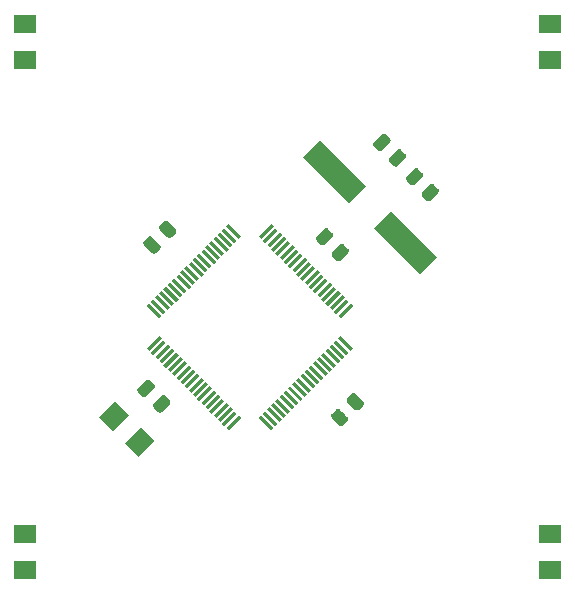
<source format=gbr>
G04 #@! TF.GenerationSoftware,KiCad,Pcbnew,(5.1.2)-2*
G04 #@! TF.CreationDate,2019-10-10T12:38:20+02:00*
G04 #@! TF.ProjectId,PIC18F87K22 MCU Card,50494331-3846-4383-974b-3232204d4355,rev?*
G04 #@! TF.SameCoordinates,Original*
G04 #@! TF.FileFunction,Paste,Top*
G04 #@! TF.FilePolarity,Positive*
%FSLAX46Y46*%
G04 Gerber Fmt 4.6, Leading zero omitted, Abs format (unit mm)*
G04 Created by KiCad (PCBNEW (5.1.2)-2) date 2019-10-10 12:38:20*
%MOMM*%
%LPD*%
G04 APERTURE LIST*
%ADD10C,0.300000*%
%ADD11C,0.100000*%
%ADD12C,0.975000*%
%ADD13R,1.900000X1.600000*%
%ADD14C,1.600000*%
%ADD15C,2.000000*%
G04 APERTURE END LIST*
D10*
X196871394Y-73053375D03*
D11*
G36*
X197507790Y-73477639D02*
G01*
X197295658Y-73689771D01*
X196234998Y-72629111D01*
X196447130Y-72416979D01*
X197507790Y-73477639D01*
X197507790Y-73477639D01*
G37*
D10*
X197224948Y-72699821D03*
D11*
G36*
X197861344Y-73124085D02*
G01*
X197649212Y-73336217D01*
X196588552Y-72275557D01*
X196800684Y-72063425D01*
X197861344Y-73124085D01*
X197861344Y-73124085D01*
G37*
D10*
X197578501Y-72346268D03*
D11*
G36*
X198214897Y-72770532D02*
G01*
X198002765Y-72982664D01*
X196942105Y-71922004D01*
X197154237Y-71709872D01*
X198214897Y-72770532D01*
X198214897Y-72770532D01*
G37*
D10*
X197932054Y-71992715D03*
D11*
G36*
X198568450Y-72416979D02*
G01*
X198356318Y-72629111D01*
X197295658Y-71568451D01*
X197507790Y-71356319D01*
X198568450Y-72416979D01*
X198568450Y-72416979D01*
G37*
D10*
X199346268Y-70578501D03*
D11*
G36*
X199982664Y-71002765D02*
G01*
X199770532Y-71214897D01*
X198709872Y-70154237D01*
X198922004Y-69942105D01*
X199982664Y-71002765D01*
X199982664Y-71002765D01*
G37*
D10*
X200053375Y-69871394D03*
D11*
G36*
X200689771Y-70295658D02*
G01*
X200477639Y-70507790D01*
X199416979Y-69447130D01*
X199629111Y-69234998D01*
X200689771Y-70295658D01*
X200689771Y-70295658D01*
G37*
D10*
X199699821Y-70224948D03*
D11*
G36*
X200336217Y-70649212D02*
G01*
X200124085Y-70861344D01*
X199063425Y-69800684D01*
X199275557Y-69588552D01*
X200336217Y-70649212D01*
X200336217Y-70649212D01*
G37*
D10*
X198285608Y-71639161D03*
D11*
G36*
X198922004Y-72063425D02*
G01*
X198709872Y-72275557D01*
X197649212Y-71214897D01*
X197861344Y-71002765D01*
X198922004Y-72063425D01*
X198922004Y-72063425D01*
G37*
D10*
X195457181Y-74467588D03*
D11*
G36*
X196093577Y-74891852D02*
G01*
X195881445Y-75103984D01*
X194820785Y-74043324D01*
X195032917Y-73831192D01*
X196093577Y-74891852D01*
X196093577Y-74891852D01*
G37*
D10*
X195103627Y-74821142D03*
D11*
G36*
X195740023Y-75245406D02*
G01*
X195527891Y-75457538D01*
X194467231Y-74396878D01*
X194679363Y-74184746D01*
X195740023Y-75245406D01*
X195740023Y-75245406D01*
G37*
D10*
X200406928Y-69517841D03*
D11*
G36*
X201043324Y-69942105D02*
G01*
X200831192Y-70154237D01*
X199770532Y-69093577D01*
X199982664Y-68881445D01*
X201043324Y-69942105D01*
X201043324Y-69942105D01*
G37*
D10*
X195810734Y-74114035D03*
D11*
G36*
X196447130Y-74538299D02*
G01*
X196234998Y-74750431D01*
X195174338Y-73689771D01*
X195386470Y-73477639D01*
X196447130Y-74538299D01*
X196447130Y-74538299D01*
G37*
D10*
X196164288Y-73760482D03*
D11*
G36*
X196800684Y-74184746D02*
G01*
X196588552Y-74396878D01*
X195527892Y-73336218D01*
X195740024Y-73124086D01*
X196800684Y-74184746D01*
X196800684Y-74184746D01*
G37*
D10*
X196517841Y-73406928D03*
D11*
G36*
X197154237Y-73831192D02*
G01*
X196942105Y-74043324D01*
X195881445Y-72982664D01*
X196093577Y-72770532D01*
X197154237Y-73831192D01*
X197154237Y-73831192D01*
G37*
D10*
X198639161Y-71285608D03*
D11*
G36*
X199275557Y-71709872D02*
G01*
X199063425Y-71922004D01*
X198002765Y-70861344D01*
X198214897Y-70649212D01*
X199275557Y-71709872D01*
X199275557Y-71709872D01*
G37*
D10*
X198992715Y-70932054D03*
D11*
G36*
X199629111Y-71356318D02*
G01*
X199416979Y-71568450D01*
X198356319Y-70507790D01*
X198568451Y-70295658D01*
X199629111Y-71356318D01*
X199629111Y-71356318D01*
G37*
D10*
X207760839Y-71285608D03*
D11*
G36*
X207336575Y-71922004D02*
G01*
X207124443Y-71709872D01*
X208185103Y-70649212D01*
X208397235Y-70861344D01*
X207336575Y-71922004D01*
X207336575Y-71922004D01*
G37*
D10*
X205285965Y-68810734D03*
D11*
G36*
X204861701Y-69447130D02*
G01*
X204649569Y-69234998D01*
X205710229Y-68174338D01*
X205922361Y-68386470D01*
X204861701Y-69447130D01*
X204861701Y-69447130D01*
G37*
D10*
X208821499Y-80053732D03*
D11*
G36*
X209457895Y-80477996D02*
G01*
X209245763Y-80690128D01*
X208185103Y-79629468D01*
X208397235Y-79417336D01*
X209457895Y-80477996D01*
X209457895Y-80477996D01*
G37*
D10*
X206700179Y-70224948D03*
D11*
G36*
X206275915Y-70861344D02*
G01*
X206063783Y-70649212D01*
X207124443Y-69588552D01*
X207336575Y-69800684D01*
X206275915Y-70861344D01*
X206275915Y-70861344D01*
G37*
D10*
X205639518Y-69164288D03*
D11*
G36*
X205215254Y-69800684D02*
G01*
X205003122Y-69588552D01*
X206063782Y-68527892D01*
X206275914Y-68740024D01*
X205215254Y-69800684D01*
X205215254Y-69800684D01*
G37*
D10*
X205993072Y-69517841D03*
D11*
G36*
X205568808Y-70154237D02*
G01*
X205356676Y-69942105D01*
X206417336Y-68881445D01*
X206629468Y-69093577D01*
X205568808Y-70154237D01*
X205568808Y-70154237D01*
G37*
D10*
X206346625Y-69871394D03*
D11*
G36*
X205922361Y-70507790D02*
G01*
X205710229Y-70295658D01*
X206770889Y-69234998D01*
X206983021Y-69447130D01*
X205922361Y-70507790D01*
X205922361Y-70507790D01*
G37*
D10*
X207053732Y-70578501D03*
D11*
G36*
X206629468Y-71214897D02*
G01*
X206417336Y-71002765D01*
X207477996Y-69942105D01*
X207690128Y-70154237D01*
X206629468Y-71214897D01*
X206629468Y-71214897D01*
G37*
D10*
X208467946Y-71992715D03*
D11*
G36*
X208043682Y-72629111D02*
G01*
X207831550Y-72416979D01*
X208892210Y-71356319D01*
X209104342Y-71568451D01*
X208043682Y-72629111D01*
X208043682Y-72629111D01*
G37*
D10*
X210942819Y-77932412D03*
D11*
G36*
X211579215Y-78356676D02*
G01*
X211367083Y-78568808D01*
X210306423Y-77508148D01*
X210518555Y-77296016D01*
X211579215Y-78356676D01*
X211579215Y-78356676D01*
G37*
D10*
X208821499Y-72346268D03*
D11*
G36*
X208397235Y-72982664D02*
G01*
X208185103Y-72770532D01*
X209245763Y-71709872D01*
X209457895Y-71922004D01*
X208397235Y-72982664D01*
X208397235Y-72982664D01*
G37*
D10*
X209528606Y-73053375D03*
D11*
G36*
X209104342Y-73689771D02*
G01*
X208892210Y-73477639D01*
X209952870Y-72416979D01*
X210165002Y-72629111D01*
X209104342Y-73689771D01*
X209104342Y-73689771D01*
G37*
D10*
X209882159Y-73406928D03*
D11*
G36*
X209457895Y-74043324D02*
G01*
X209245763Y-73831192D01*
X210306423Y-72770532D01*
X210518555Y-72982664D01*
X209457895Y-74043324D01*
X209457895Y-74043324D01*
G37*
D10*
X195457181Y-77932412D03*
D11*
G36*
X195032917Y-78568808D02*
G01*
X194820785Y-78356676D01*
X195881445Y-77296016D01*
X196093577Y-77508148D01*
X195032917Y-78568808D01*
X195032917Y-78568808D01*
G37*
D10*
X209528606Y-79346625D03*
D11*
G36*
X210165002Y-79770889D02*
G01*
X209952870Y-79983021D01*
X208892210Y-78922361D01*
X209104342Y-78710229D01*
X210165002Y-79770889D01*
X210165002Y-79770889D01*
G37*
D10*
X208467946Y-80407285D03*
D11*
G36*
X209104342Y-80831549D02*
G01*
X208892210Y-81043681D01*
X207831550Y-79983021D01*
X208043682Y-79770889D01*
X209104342Y-80831549D01*
X209104342Y-80831549D01*
G37*
D10*
X196517841Y-78993072D03*
D11*
G36*
X196093577Y-79629468D02*
G01*
X195881445Y-79417336D01*
X196942105Y-78356676D01*
X197154237Y-78568808D01*
X196093577Y-79629468D01*
X196093577Y-79629468D01*
G37*
D10*
X207053732Y-81821499D03*
D11*
G36*
X207690128Y-82245763D02*
G01*
X207477996Y-82457895D01*
X206417336Y-81397235D01*
X206629468Y-81185103D01*
X207690128Y-82245763D01*
X207690128Y-82245763D01*
G37*
D10*
X206700179Y-82175052D03*
D11*
G36*
X207336575Y-82599316D02*
G01*
X207124443Y-82811448D01*
X206063783Y-81750788D01*
X206275915Y-81538656D01*
X207336575Y-82599316D01*
X207336575Y-82599316D01*
G37*
D10*
X201467588Y-83942819D03*
D11*
G36*
X201043324Y-84579215D02*
G01*
X200831192Y-84367083D01*
X201891852Y-83306423D01*
X202103984Y-83518555D01*
X201043324Y-84579215D01*
X201043324Y-84579215D01*
G37*
D10*
X200053375Y-82528606D03*
D11*
G36*
X199629111Y-83165002D02*
G01*
X199416979Y-82952870D01*
X200477639Y-81892210D01*
X200689771Y-82104342D01*
X199629111Y-83165002D01*
X199629111Y-83165002D01*
G37*
D10*
X206346625Y-82528606D03*
D11*
G36*
X206983021Y-82952870D02*
G01*
X206770889Y-83165002D01*
X205710229Y-82104342D01*
X205922361Y-81892210D01*
X206983021Y-82952870D01*
X206983021Y-82952870D01*
G37*
D10*
X210235712Y-73760482D03*
D11*
G36*
X209811448Y-74396878D02*
G01*
X209599316Y-74184746D01*
X210659976Y-73124086D01*
X210872108Y-73336218D01*
X209811448Y-74396878D01*
X209811448Y-74396878D01*
G37*
D10*
X210942819Y-74467588D03*
D11*
G36*
X210518555Y-75103984D02*
G01*
X210306423Y-74891852D01*
X211367083Y-73831192D01*
X211579215Y-74043324D01*
X210518555Y-75103984D01*
X210518555Y-75103984D01*
G37*
D10*
X210589266Y-78285965D03*
D11*
G36*
X211225662Y-78710229D02*
G01*
X211013530Y-78922361D01*
X209952870Y-77861701D01*
X210165002Y-77649569D01*
X211225662Y-78710229D01*
X211225662Y-78710229D01*
G37*
D10*
X207407285Y-81467946D03*
D11*
G36*
X208043681Y-81892210D02*
G01*
X207831549Y-82104342D01*
X206770889Y-81043682D01*
X206983021Y-80831550D01*
X208043681Y-81892210D01*
X208043681Y-81892210D01*
G37*
D10*
X204932412Y-83942819D03*
D11*
G36*
X205568808Y-84367083D02*
G01*
X205356676Y-84579215D01*
X204296016Y-83518555D01*
X204508148Y-83306423D01*
X205568808Y-84367083D01*
X205568808Y-84367083D01*
G37*
D10*
X208114392Y-80760839D03*
D11*
G36*
X208750788Y-81185103D02*
G01*
X208538656Y-81397235D01*
X207477996Y-80336575D01*
X207690128Y-80124443D01*
X208750788Y-81185103D01*
X208750788Y-81185103D01*
G37*
D10*
X201114035Y-83589266D03*
D11*
G36*
X200689771Y-84225662D02*
G01*
X200477639Y-84013530D01*
X201538299Y-82952870D01*
X201750431Y-83165002D01*
X200689771Y-84225662D01*
X200689771Y-84225662D01*
G37*
D10*
X200406928Y-82882159D03*
D11*
G36*
X199982664Y-83518555D02*
G01*
X199770532Y-83306423D01*
X200831192Y-82245763D01*
X201043324Y-82457895D01*
X199982664Y-83518555D01*
X199982664Y-83518555D01*
G37*
D10*
X196871394Y-79346625D03*
D11*
G36*
X196447130Y-79983021D02*
G01*
X196234998Y-79770889D01*
X197295658Y-78710229D01*
X197507790Y-78922361D01*
X196447130Y-79983021D01*
X196447130Y-79983021D01*
G37*
D10*
X199346268Y-81821499D03*
D11*
G36*
X198922004Y-82457895D02*
G01*
X198709872Y-82245763D01*
X199770532Y-81185103D01*
X199982664Y-81397235D01*
X198922004Y-82457895D01*
X198922004Y-82457895D01*
G37*
D10*
X207760839Y-81114392D03*
D11*
G36*
X208397235Y-81538656D02*
G01*
X208185103Y-81750788D01*
X207124443Y-80690128D01*
X207336575Y-80477996D01*
X208397235Y-81538656D01*
X208397235Y-81538656D01*
G37*
D10*
X195810734Y-78285965D03*
D11*
G36*
X195386470Y-78922361D02*
G01*
X195174338Y-78710229D01*
X196234998Y-77649569D01*
X196447130Y-77861701D01*
X195386470Y-78922361D01*
X195386470Y-78922361D01*
G37*
D10*
X205285965Y-83589266D03*
D11*
G36*
X205922361Y-84013530D02*
G01*
X205710229Y-84225662D01*
X204649569Y-83165002D01*
X204861701Y-82952870D01*
X205922361Y-84013530D01*
X205922361Y-84013530D01*
G37*
D10*
X198285608Y-80760839D03*
D11*
G36*
X197861344Y-81397235D02*
G01*
X197649212Y-81185103D01*
X198709872Y-80124443D01*
X198922004Y-80336575D01*
X197861344Y-81397235D01*
X197861344Y-81397235D01*
G37*
D10*
X198639161Y-81114392D03*
D11*
G36*
X198214897Y-81750788D02*
G01*
X198002765Y-81538656D01*
X199063425Y-80477996D01*
X199275557Y-80690128D01*
X198214897Y-81750788D01*
X198214897Y-81750788D01*
G37*
D10*
X211296373Y-74821142D03*
D11*
G36*
X210872109Y-75457538D02*
G01*
X210659977Y-75245406D01*
X211720637Y-74184746D01*
X211932769Y-74396878D01*
X210872109Y-75457538D01*
X210872109Y-75457538D01*
G37*
D10*
X211296373Y-77578858D03*
D11*
G36*
X211932769Y-78003122D02*
G01*
X211720637Y-78215254D01*
X210659977Y-77154594D01*
X210872109Y-76942462D01*
X211932769Y-78003122D01*
X211932769Y-78003122D01*
G37*
D10*
X205639518Y-83235712D03*
D11*
G36*
X206275914Y-83659976D02*
G01*
X206063782Y-83872108D01*
X205003122Y-82811448D01*
X205215254Y-82599316D01*
X206275914Y-83659976D01*
X206275914Y-83659976D01*
G37*
D10*
X198992715Y-81467946D03*
D11*
G36*
X198568451Y-82104342D02*
G01*
X198356319Y-81892210D01*
X199416979Y-80831550D01*
X199629111Y-81043682D01*
X198568451Y-82104342D01*
X198568451Y-82104342D01*
G37*
D10*
X197578501Y-80053732D03*
D11*
G36*
X197154237Y-80690128D02*
G01*
X196942105Y-80477996D01*
X198002765Y-79417336D01*
X198214897Y-79629468D01*
X197154237Y-80690128D01*
X197154237Y-80690128D01*
G37*
D10*
X199699821Y-82175052D03*
D11*
G36*
X199275557Y-82811448D02*
G01*
X199063425Y-82599316D01*
X200124085Y-81538656D01*
X200336217Y-81750788D01*
X199275557Y-82811448D01*
X199275557Y-82811448D01*
G37*
D10*
X200760482Y-83235712D03*
D11*
G36*
X200336218Y-83872108D02*
G01*
X200124086Y-83659976D01*
X201184746Y-82599316D01*
X201396878Y-82811448D01*
X200336218Y-83872108D01*
X200336218Y-83872108D01*
G37*
D10*
X204578858Y-84296373D03*
D11*
G36*
X205215254Y-84720637D02*
G01*
X205003122Y-84932769D01*
X203942462Y-83872109D01*
X204154594Y-83659977D01*
X205215254Y-84720637D01*
X205215254Y-84720637D01*
G37*
D10*
X209882159Y-78993072D03*
D11*
G36*
X210518555Y-79417336D02*
G01*
X210306423Y-79629468D01*
X209245763Y-78568808D01*
X209457895Y-78356676D01*
X210518555Y-79417336D01*
X210518555Y-79417336D01*
G37*
D10*
X197224948Y-79700179D03*
D11*
G36*
X196800684Y-80336575D02*
G01*
X196588552Y-80124443D01*
X197649212Y-79063783D01*
X197861344Y-79275915D01*
X196800684Y-80336575D01*
X196800684Y-80336575D01*
G37*
D10*
X209175052Y-79700179D03*
D11*
G36*
X209811448Y-80124443D02*
G01*
X209599316Y-80336575D01*
X208538656Y-79275915D01*
X208750788Y-79063783D01*
X209811448Y-80124443D01*
X209811448Y-80124443D01*
G37*
D10*
X210589266Y-74114035D03*
D11*
G36*
X210165002Y-74750431D02*
G01*
X209952870Y-74538299D01*
X211013530Y-73477639D01*
X211225662Y-73689771D01*
X210165002Y-74750431D01*
X210165002Y-74750431D01*
G37*
D10*
X208114392Y-71639161D03*
D11*
G36*
X207690128Y-72275557D02*
G01*
X207477996Y-72063425D01*
X208538656Y-71002765D01*
X208750788Y-71214897D01*
X207690128Y-72275557D01*
X207690128Y-72275557D01*
G37*
D10*
X197932054Y-80407285D03*
D11*
G36*
X197507790Y-81043681D02*
G01*
X197295658Y-80831549D01*
X198356318Y-79770889D01*
X198568450Y-79983021D01*
X197507790Y-81043681D01*
X197507790Y-81043681D01*
G37*
D10*
X196164288Y-78639518D03*
D11*
G36*
X195740024Y-79275914D02*
G01*
X195527892Y-79063782D01*
X196588552Y-78003122D01*
X196800684Y-78215254D01*
X195740024Y-79275914D01*
X195740024Y-79275914D01*
G37*
D10*
X195103627Y-77578858D03*
D11*
G36*
X194679363Y-78215254D02*
G01*
X194467231Y-78003122D01*
X195527891Y-76942462D01*
X195740023Y-77154594D01*
X194679363Y-78215254D01*
X194679363Y-78215254D01*
G37*
D10*
X207407285Y-70932054D03*
D11*
G36*
X206983021Y-71568450D02*
G01*
X206770889Y-71356318D01*
X207831549Y-70295658D01*
X208043681Y-70507790D01*
X206983021Y-71568450D01*
X206983021Y-71568450D01*
G37*
D10*
X200760482Y-69164288D03*
D11*
G36*
X201396878Y-69588552D02*
G01*
X201184746Y-69800684D01*
X200124086Y-68740024D01*
X200336218Y-68527892D01*
X201396878Y-69588552D01*
X201396878Y-69588552D01*
G37*
D10*
X201114035Y-68810734D03*
D11*
G36*
X201750431Y-69234998D02*
G01*
X201538299Y-69447130D01*
X200477639Y-68386470D01*
X200689771Y-68174338D01*
X201750431Y-69234998D01*
X201750431Y-69234998D01*
G37*
D10*
X210235712Y-78639518D03*
D11*
G36*
X210872108Y-79063782D02*
G01*
X210659976Y-79275914D01*
X209599316Y-78215254D01*
X209811448Y-78003122D01*
X210872108Y-79063782D01*
X210872108Y-79063782D01*
G37*
D10*
X201467588Y-68457181D03*
D11*
G36*
X202103984Y-68881445D02*
G01*
X201891852Y-69093577D01*
X200831192Y-68032917D01*
X201043324Y-67820785D01*
X202103984Y-68881445D01*
X202103984Y-68881445D01*
G37*
D10*
X201821142Y-68103627D03*
D11*
G36*
X202457538Y-68527891D02*
G01*
X202245406Y-68740023D01*
X201184746Y-67679363D01*
X201396878Y-67467231D01*
X202457538Y-68527891D01*
X202457538Y-68527891D01*
G37*
D10*
X201821142Y-84296373D03*
D11*
G36*
X201396878Y-84932769D02*
G01*
X201184746Y-84720637D01*
X202245406Y-83659977D01*
X202457538Y-83872109D01*
X201396878Y-84932769D01*
X201396878Y-84932769D01*
G37*
D10*
X209175052Y-72699821D03*
D11*
G36*
X208750788Y-73336217D02*
G01*
X208538656Y-73124085D01*
X209599316Y-72063425D01*
X209811448Y-72275557D01*
X208750788Y-73336217D01*
X208750788Y-73336217D01*
G37*
D10*
X205993072Y-82882159D03*
D11*
G36*
X206629468Y-83306423D02*
G01*
X206417336Y-83518555D01*
X205356676Y-82457895D01*
X205568808Y-82245763D01*
X206629468Y-83306423D01*
X206629468Y-83306423D01*
G37*
D10*
X204578858Y-68103627D03*
D11*
G36*
X204154594Y-68740023D02*
G01*
X203942462Y-68527891D01*
X205003122Y-67467231D01*
X205215254Y-67679363D01*
X204154594Y-68740023D01*
X204154594Y-68740023D01*
G37*
D10*
X204932412Y-68457181D03*
D11*
G36*
X204508148Y-69093577D02*
G01*
X204296016Y-68881445D01*
X205356676Y-67820785D01*
X205568808Y-68032917D01*
X204508148Y-69093577D01*
X204508148Y-69093577D01*
G37*
G36*
X196116545Y-67179536D02*
G01*
X196140206Y-67183046D01*
X196163410Y-67188858D01*
X196185932Y-67196916D01*
X196207556Y-67207144D01*
X196228073Y-67219441D01*
X196247286Y-67233691D01*
X196265010Y-67249755D01*
X196910245Y-67894990D01*
X196926309Y-67912714D01*
X196940559Y-67931927D01*
X196952856Y-67952444D01*
X196963084Y-67974068D01*
X196971142Y-67996590D01*
X196976954Y-68019794D01*
X196980464Y-68043455D01*
X196981638Y-68067347D01*
X196980464Y-68091239D01*
X196976954Y-68114900D01*
X196971142Y-68138104D01*
X196963084Y-68160626D01*
X196952856Y-68182250D01*
X196940559Y-68202767D01*
X196926309Y-68221980D01*
X196910245Y-68239704D01*
X196565530Y-68584419D01*
X196547806Y-68600483D01*
X196528593Y-68614733D01*
X196508076Y-68627030D01*
X196486452Y-68637258D01*
X196463930Y-68645316D01*
X196440726Y-68651128D01*
X196417065Y-68654638D01*
X196393173Y-68655812D01*
X196369281Y-68654638D01*
X196345620Y-68651128D01*
X196322416Y-68645316D01*
X196299894Y-68637258D01*
X196278270Y-68627030D01*
X196257753Y-68614733D01*
X196238540Y-68600483D01*
X196220816Y-68584419D01*
X195575581Y-67939184D01*
X195559517Y-67921460D01*
X195545267Y-67902247D01*
X195532970Y-67881730D01*
X195522742Y-67860106D01*
X195514684Y-67837584D01*
X195508872Y-67814380D01*
X195505362Y-67790719D01*
X195504188Y-67766827D01*
X195505362Y-67742935D01*
X195508872Y-67719274D01*
X195514684Y-67696070D01*
X195522742Y-67673548D01*
X195532970Y-67651924D01*
X195545267Y-67631407D01*
X195559517Y-67612194D01*
X195575581Y-67594470D01*
X195920296Y-67249755D01*
X195938020Y-67233691D01*
X195957233Y-67219441D01*
X195977750Y-67207144D01*
X195999374Y-67196916D01*
X196021896Y-67188858D01*
X196045100Y-67183046D01*
X196068761Y-67179536D01*
X196092653Y-67178362D01*
X196116545Y-67179536D01*
X196116545Y-67179536D01*
G37*
D12*
X196242913Y-67917087D03*
D11*
G36*
X194790719Y-68505362D02*
G01*
X194814380Y-68508872D01*
X194837584Y-68514684D01*
X194860106Y-68522742D01*
X194881730Y-68532970D01*
X194902247Y-68545267D01*
X194921460Y-68559517D01*
X194939184Y-68575581D01*
X195584419Y-69220816D01*
X195600483Y-69238540D01*
X195614733Y-69257753D01*
X195627030Y-69278270D01*
X195637258Y-69299894D01*
X195645316Y-69322416D01*
X195651128Y-69345620D01*
X195654638Y-69369281D01*
X195655812Y-69393173D01*
X195654638Y-69417065D01*
X195651128Y-69440726D01*
X195645316Y-69463930D01*
X195637258Y-69486452D01*
X195627030Y-69508076D01*
X195614733Y-69528593D01*
X195600483Y-69547806D01*
X195584419Y-69565530D01*
X195239704Y-69910245D01*
X195221980Y-69926309D01*
X195202767Y-69940559D01*
X195182250Y-69952856D01*
X195160626Y-69963084D01*
X195138104Y-69971142D01*
X195114900Y-69976954D01*
X195091239Y-69980464D01*
X195067347Y-69981638D01*
X195043455Y-69980464D01*
X195019794Y-69976954D01*
X194996590Y-69971142D01*
X194974068Y-69963084D01*
X194952444Y-69952856D01*
X194931927Y-69940559D01*
X194912714Y-69926309D01*
X194894990Y-69910245D01*
X194249755Y-69265010D01*
X194233691Y-69247286D01*
X194219441Y-69228073D01*
X194207144Y-69207556D01*
X194196916Y-69185932D01*
X194188858Y-69163410D01*
X194183046Y-69140206D01*
X194179536Y-69116545D01*
X194178362Y-69092653D01*
X194179536Y-69068761D01*
X194183046Y-69045100D01*
X194188858Y-69021896D01*
X194196916Y-68999374D01*
X194207144Y-68977750D01*
X194219441Y-68957233D01*
X194233691Y-68938020D01*
X194249755Y-68920296D01*
X194594470Y-68575581D01*
X194612194Y-68559517D01*
X194631407Y-68545267D01*
X194651924Y-68532970D01*
X194673548Y-68522742D01*
X194696070Y-68514684D01*
X194719274Y-68508872D01*
X194742935Y-68505362D01*
X194766827Y-68504188D01*
X194790719Y-68505362D01*
X194790719Y-68505362D01*
G37*
D12*
X194917087Y-69242913D03*
D11*
G36*
X194583239Y-80641536D02*
G01*
X194606900Y-80645046D01*
X194630104Y-80650858D01*
X194652626Y-80658916D01*
X194674250Y-80669144D01*
X194694767Y-80681441D01*
X194713980Y-80695691D01*
X194731704Y-80711755D01*
X195076419Y-81056470D01*
X195092483Y-81074194D01*
X195106733Y-81093407D01*
X195119030Y-81113924D01*
X195129258Y-81135548D01*
X195137316Y-81158070D01*
X195143128Y-81181274D01*
X195146638Y-81204935D01*
X195147812Y-81228827D01*
X195146638Y-81252719D01*
X195143128Y-81276380D01*
X195137316Y-81299584D01*
X195129258Y-81322106D01*
X195119030Y-81343730D01*
X195106733Y-81364247D01*
X195092483Y-81383460D01*
X195076419Y-81401184D01*
X194431184Y-82046419D01*
X194413460Y-82062483D01*
X194394247Y-82076733D01*
X194373730Y-82089030D01*
X194352106Y-82099258D01*
X194329584Y-82107316D01*
X194306380Y-82113128D01*
X194282719Y-82116638D01*
X194258827Y-82117812D01*
X194234935Y-82116638D01*
X194211274Y-82113128D01*
X194188070Y-82107316D01*
X194165548Y-82099258D01*
X194143924Y-82089030D01*
X194123407Y-82076733D01*
X194104194Y-82062483D01*
X194086470Y-82046419D01*
X193741755Y-81701704D01*
X193725691Y-81683980D01*
X193711441Y-81664767D01*
X193699144Y-81644250D01*
X193688916Y-81622626D01*
X193680858Y-81600104D01*
X193675046Y-81576900D01*
X193671536Y-81553239D01*
X193670362Y-81529347D01*
X193671536Y-81505455D01*
X193675046Y-81481794D01*
X193680858Y-81458590D01*
X193688916Y-81436068D01*
X193699144Y-81414444D01*
X193711441Y-81393927D01*
X193725691Y-81374714D01*
X193741755Y-81356990D01*
X194386990Y-80711755D01*
X194404714Y-80695691D01*
X194423927Y-80681441D01*
X194444444Y-80669144D01*
X194466068Y-80658916D01*
X194488590Y-80650858D01*
X194511794Y-80645046D01*
X194535455Y-80641536D01*
X194559347Y-80640362D01*
X194583239Y-80641536D01*
X194583239Y-80641536D01*
G37*
D12*
X194409087Y-81379087D03*
D11*
G36*
X195909065Y-81967362D02*
G01*
X195932726Y-81970872D01*
X195955930Y-81976684D01*
X195978452Y-81984742D01*
X196000076Y-81994970D01*
X196020593Y-82007267D01*
X196039806Y-82021517D01*
X196057530Y-82037581D01*
X196402245Y-82382296D01*
X196418309Y-82400020D01*
X196432559Y-82419233D01*
X196444856Y-82439750D01*
X196455084Y-82461374D01*
X196463142Y-82483896D01*
X196468954Y-82507100D01*
X196472464Y-82530761D01*
X196473638Y-82554653D01*
X196472464Y-82578545D01*
X196468954Y-82602206D01*
X196463142Y-82625410D01*
X196455084Y-82647932D01*
X196444856Y-82669556D01*
X196432559Y-82690073D01*
X196418309Y-82709286D01*
X196402245Y-82727010D01*
X195757010Y-83372245D01*
X195739286Y-83388309D01*
X195720073Y-83402559D01*
X195699556Y-83414856D01*
X195677932Y-83425084D01*
X195655410Y-83433142D01*
X195632206Y-83438954D01*
X195608545Y-83442464D01*
X195584653Y-83443638D01*
X195560761Y-83442464D01*
X195537100Y-83438954D01*
X195513896Y-83433142D01*
X195491374Y-83425084D01*
X195469750Y-83414856D01*
X195449233Y-83402559D01*
X195430020Y-83388309D01*
X195412296Y-83372245D01*
X195067581Y-83027530D01*
X195051517Y-83009806D01*
X195037267Y-82990593D01*
X195024970Y-82970076D01*
X195014742Y-82948452D01*
X195006684Y-82925930D01*
X195000872Y-82902726D01*
X194997362Y-82879065D01*
X194996188Y-82855173D01*
X194997362Y-82831281D01*
X195000872Y-82807620D01*
X195006684Y-82784416D01*
X195014742Y-82761894D01*
X195024970Y-82740270D01*
X195037267Y-82719753D01*
X195051517Y-82700540D01*
X195067581Y-82682816D01*
X195712816Y-82037581D01*
X195730540Y-82021517D01*
X195749753Y-82007267D01*
X195770270Y-81994970D01*
X195791894Y-81984742D01*
X195814416Y-81976684D01*
X195837620Y-81970872D01*
X195861281Y-81967362D01*
X195885173Y-81966188D01*
X195909065Y-81967362D01*
X195909065Y-81967362D01*
G37*
D12*
X195734913Y-82704913D03*
D11*
G36*
X210665719Y-83110362D02*
G01*
X210689380Y-83113872D01*
X210712584Y-83119684D01*
X210735106Y-83127742D01*
X210756730Y-83137970D01*
X210777247Y-83150267D01*
X210796460Y-83164517D01*
X210814184Y-83180581D01*
X211459419Y-83825816D01*
X211475483Y-83843540D01*
X211489733Y-83862753D01*
X211502030Y-83883270D01*
X211512258Y-83904894D01*
X211520316Y-83927416D01*
X211526128Y-83950620D01*
X211529638Y-83974281D01*
X211530812Y-83998173D01*
X211529638Y-84022065D01*
X211526128Y-84045726D01*
X211520316Y-84068930D01*
X211512258Y-84091452D01*
X211502030Y-84113076D01*
X211489733Y-84133593D01*
X211475483Y-84152806D01*
X211459419Y-84170530D01*
X211114704Y-84515245D01*
X211096980Y-84531309D01*
X211077767Y-84545559D01*
X211057250Y-84557856D01*
X211035626Y-84568084D01*
X211013104Y-84576142D01*
X210989900Y-84581954D01*
X210966239Y-84585464D01*
X210942347Y-84586638D01*
X210918455Y-84585464D01*
X210894794Y-84581954D01*
X210871590Y-84576142D01*
X210849068Y-84568084D01*
X210827444Y-84557856D01*
X210806927Y-84545559D01*
X210787714Y-84531309D01*
X210769990Y-84515245D01*
X210124755Y-83870010D01*
X210108691Y-83852286D01*
X210094441Y-83833073D01*
X210082144Y-83812556D01*
X210071916Y-83790932D01*
X210063858Y-83768410D01*
X210058046Y-83745206D01*
X210054536Y-83721545D01*
X210053362Y-83697653D01*
X210054536Y-83673761D01*
X210058046Y-83650100D01*
X210063858Y-83626896D01*
X210071916Y-83604374D01*
X210082144Y-83582750D01*
X210094441Y-83562233D01*
X210108691Y-83543020D01*
X210124755Y-83525296D01*
X210469470Y-83180581D01*
X210487194Y-83164517D01*
X210506407Y-83150267D01*
X210526924Y-83137970D01*
X210548548Y-83127742D01*
X210571070Y-83119684D01*
X210594274Y-83113872D01*
X210617935Y-83110362D01*
X210641827Y-83109188D01*
X210665719Y-83110362D01*
X210665719Y-83110362D01*
G37*
D12*
X210792087Y-83847913D03*
D11*
G36*
X211991545Y-81784536D02*
G01*
X212015206Y-81788046D01*
X212038410Y-81793858D01*
X212060932Y-81801916D01*
X212082556Y-81812144D01*
X212103073Y-81824441D01*
X212122286Y-81838691D01*
X212140010Y-81854755D01*
X212785245Y-82499990D01*
X212801309Y-82517714D01*
X212815559Y-82536927D01*
X212827856Y-82557444D01*
X212838084Y-82579068D01*
X212846142Y-82601590D01*
X212851954Y-82624794D01*
X212855464Y-82648455D01*
X212856638Y-82672347D01*
X212855464Y-82696239D01*
X212851954Y-82719900D01*
X212846142Y-82743104D01*
X212838084Y-82765626D01*
X212827856Y-82787250D01*
X212815559Y-82807767D01*
X212801309Y-82826980D01*
X212785245Y-82844704D01*
X212440530Y-83189419D01*
X212422806Y-83205483D01*
X212403593Y-83219733D01*
X212383076Y-83232030D01*
X212361452Y-83242258D01*
X212338930Y-83250316D01*
X212315726Y-83256128D01*
X212292065Y-83259638D01*
X212268173Y-83260812D01*
X212244281Y-83259638D01*
X212220620Y-83256128D01*
X212197416Y-83250316D01*
X212174894Y-83242258D01*
X212153270Y-83232030D01*
X212132753Y-83219733D01*
X212113540Y-83205483D01*
X212095816Y-83189419D01*
X211450581Y-82544184D01*
X211434517Y-82526460D01*
X211420267Y-82507247D01*
X211407970Y-82486730D01*
X211397742Y-82465106D01*
X211389684Y-82442584D01*
X211383872Y-82419380D01*
X211380362Y-82395719D01*
X211379188Y-82371827D01*
X211380362Y-82347935D01*
X211383872Y-82324274D01*
X211389684Y-82301070D01*
X211397742Y-82278548D01*
X211407970Y-82256924D01*
X211420267Y-82236407D01*
X211434517Y-82217194D01*
X211450581Y-82199470D01*
X211795296Y-81854755D01*
X211813020Y-81838691D01*
X211832233Y-81824441D01*
X211852750Y-81812144D01*
X211874374Y-81801916D01*
X211896896Y-81793858D01*
X211920100Y-81788046D01*
X211943761Y-81784536D01*
X211967653Y-81783362D01*
X211991545Y-81784536D01*
X211991545Y-81784536D01*
G37*
D12*
X212117913Y-82522087D03*
D11*
G36*
X211022065Y-69140362D02*
G01*
X211045726Y-69143872D01*
X211068930Y-69149684D01*
X211091452Y-69157742D01*
X211113076Y-69167970D01*
X211133593Y-69180267D01*
X211152806Y-69194517D01*
X211170530Y-69210581D01*
X211515245Y-69555296D01*
X211531309Y-69573020D01*
X211545559Y-69592233D01*
X211557856Y-69612750D01*
X211568084Y-69634374D01*
X211576142Y-69656896D01*
X211581954Y-69680100D01*
X211585464Y-69703761D01*
X211586638Y-69727653D01*
X211585464Y-69751545D01*
X211581954Y-69775206D01*
X211576142Y-69798410D01*
X211568084Y-69820932D01*
X211557856Y-69842556D01*
X211545559Y-69863073D01*
X211531309Y-69882286D01*
X211515245Y-69900010D01*
X210870010Y-70545245D01*
X210852286Y-70561309D01*
X210833073Y-70575559D01*
X210812556Y-70587856D01*
X210790932Y-70598084D01*
X210768410Y-70606142D01*
X210745206Y-70611954D01*
X210721545Y-70615464D01*
X210697653Y-70616638D01*
X210673761Y-70615464D01*
X210650100Y-70611954D01*
X210626896Y-70606142D01*
X210604374Y-70598084D01*
X210582750Y-70587856D01*
X210562233Y-70575559D01*
X210543020Y-70561309D01*
X210525296Y-70545245D01*
X210180581Y-70200530D01*
X210164517Y-70182806D01*
X210150267Y-70163593D01*
X210137970Y-70143076D01*
X210127742Y-70121452D01*
X210119684Y-70098930D01*
X210113872Y-70075726D01*
X210110362Y-70052065D01*
X210109188Y-70028173D01*
X210110362Y-70004281D01*
X210113872Y-69980620D01*
X210119684Y-69957416D01*
X210127742Y-69934894D01*
X210137970Y-69913270D01*
X210150267Y-69892753D01*
X210164517Y-69873540D01*
X210180581Y-69855816D01*
X210825816Y-69210581D01*
X210843540Y-69194517D01*
X210862753Y-69180267D01*
X210883270Y-69167970D01*
X210904894Y-69157742D01*
X210927416Y-69149684D01*
X210950620Y-69143872D01*
X210974281Y-69140362D01*
X210998173Y-69139188D01*
X211022065Y-69140362D01*
X211022065Y-69140362D01*
G37*
D12*
X210847913Y-69877913D03*
D11*
G36*
X209696239Y-67814536D02*
G01*
X209719900Y-67818046D01*
X209743104Y-67823858D01*
X209765626Y-67831916D01*
X209787250Y-67842144D01*
X209807767Y-67854441D01*
X209826980Y-67868691D01*
X209844704Y-67884755D01*
X210189419Y-68229470D01*
X210205483Y-68247194D01*
X210219733Y-68266407D01*
X210232030Y-68286924D01*
X210242258Y-68308548D01*
X210250316Y-68331070D01*
X210256128Y-68354274D01*
X210259638Y-68377935D01*
X210260812Y-68401827D01*
X210259638Y-68425719D01*
X210256128Y-68449380D01*
X210250316Y-68472584D01*
X210242258Y-68495106D01*
X210232030Y-68516730D01*
X210219733Y-68537247D01*
X210205483Y-68556460D01*
X210189419Y-68574184D01*
X209544184Y-69219419D01*
X209526460Y-69235483D01*
X209507247Y-69249733D01*
X209486730Y-69262030D01*
X209465106Y-69272258D01*
X209442584Y-69280316D01*
X209419380Y-69286128D01*
X209395719Y-69289638D01*
X209371827Y-69290812D01*
X209347935Y-69289638D01*
X209324274Y-69286128D01*
X209301070Y-69280316D01*
X209278548Y-69272258D01*
X209256924Y-69262030D01*
X209236407Y-69249733D01*
X209217194Y-69235483D01*
X209199470Y-69219419D01*
X208854755Y-68874704D01*
X208838691Y-68856980D01*
X208824441Y-68837767D01*
X208812144Y-68817250D01*
X208801916Y-68795626D01*
X208793858Y-68773104D01*
X208788046Y-68749900D01*
X208784536Y-68726239D01*
X208783362Y-68702347D01*
X208784536Y-68678455D01*
X208788046Y-68654794D01*
X208793858Y-68631590D01*
X208801916Y-68609068D01*
X208812144Y-68587444D01*
X208824441Y-68566927D01*
X208838691Y-68547714D01*
X208854755Y-68529990D01*
X209499990Y-67884755D01*
X209517714Y-67868691D01*
X209536927Y-67854441D01*
X209557444Y-67842144D01*
X209579068Y-67831916D01*
X209601590Y-67823858D01*
X209624794Y-67818046D01*
X209648455Y-67814536D01*
X209672347Y-67813362D01*
X209696239Y-67814536D01*
X209696239Y-67814536D01*
G37*
D12*
X209522087Y-68552087D03*
D11*
G36*
X214541240Y-59809537D02*
G01*
X214564901Y-59813047D01*
X214588105Y-59818859D01*
X214610627Y-59826917D01*
X214632251Y-59837145D01*
X214652768Y-59849442D01*
X214671981Y-59863692D01*
X214689705Y-59879756D01*
X215034420Y-60224471D01*
X215050484Y-60242195D01*
X215064734Y-60261408D01*
X215077031Y-60281925D01*
X215087259Y-60303549D01*
X215095317Y-60326071D01*
X215101129Y-60349275D01*
X215104639Y-60372936D01*
X215105813Y-60396828D01*
X215104639Y-60420720D01*
X215101129Y-60444381D01*
X215095317Y-60467585D01*
X215087259Y-60490107D01*
X215077031Y-60511731D01*
X215064734Y-60532248D01*
X215050484Y-60551461D01*
X215034420Y-60569185D01*
X214389185Y-61214420D01*
X214371461Y-61230484D01*
X214352248Y-61244734D01*
X214331731Y-61257031D01*
X214310107Y-61267259D01*
X214287585Y-61275317D01*
X214264381Y-61281129D01*
X214240720Y-61284639D01*
X214216828Y-61285813D01*
X214192936Y-61284639D01*
X214169275Y-61281129D01*
X214146071Y-61275317D01*
X214123549Y-61267259D01*
X214101925Y-61257031D01*
X214081408Y-61244734D01*
X214062195Y-61230484D01*
X214044471Y-61214420D01*
X213699756Y-60869705D01*
X213683692Y-60851981D01*
X213669442Y-60832768D01*
X213657145Y-60812251D01*
X213646917Y-60790627D01*
X213638859Y-60768105D01*
X213633047Y-60744901D01*
X213629537Y-60721240D01*
X213628363Y-60697348D01*
X213629537Y-60673456D01*
X213633047Y-60649795D01*
X213638859Y-60626591D01*
X213646917Y-60604069D01*
X213657145Y-60582445D01*
X213669442Y-60561928D01*
X213683692Y-60542715D01*
X213699756Y-60524991D01*
X214344991Y-59879756D01*
X214362715Y-59863692D01*
X214381928Y-59849442D01*
X214402445Y-59837145D01*
X214424069Y-59826917D01*
X214446591Y-59818859D01*
X214469795Y-59813047D01*
X214493456Y-59809537D01*
X214517348Y-59808363D01*
X214541240Y-59809537D01*
X214541240Y-59809537D01*
G37*
D12*
X214367088Y-60547088D03*
D11*
G36*
X215867066Y-61135363D02*
G01*
X215890727Y-61138873D01*
X215913931Y-61144685D01*
X215936453Y-61152743D01*
X215958077Y-61162971D01*
X215978594Y-61175268D01*
X215997807Y-61189518D01*
X216015531Y-61205582D01*
X216360246Y-61550297D01*
X216376310Y-61568021D01*
X216390560Y-61587234D01*
X216402857Y-61607751D01*
X216413085Y-61629375D01*
X216421143Y-61651897D01*
X216426955Y-61675101D01*
X216430465Y-61698762D01*
X216431639Y-61722654D01*
X216430465Y-61746546D01*
X216426955Y-61770207D01*
X216421143Y-61793411D01*
X216413085Y-61815933D01*
X216402857Y-61837557D01*
X216390560Y-61858074D01*
X216376310Y-61877287D01*
X216360246Y-61895011D01*
X215715011Y-62540246D01*
X215697287Y-62556310D01*
X215678074Y-62570560D01*
X215657557Y-62582857D01*
X215635933Y-62593085D01*
X215613411Y-62601143D01*
X215590207Y-62606955D01*
X215566546Y-62610465D01*
X215542654Y-62611639D01*
X215518762Y-62610465D01*
X215495101Y-62606955D01*
X215471897Y-62601143D01*
X215449375Y-62593085D01*
X215427751Y-62582857D01*
X215407234Y-62570560D01*
X215388021Y-62556310D01*
X215370297Y-62540246D01*
X215025582Y-62195531D01*
X215009518Y-62177807D01*
X214995268Y-62158594D01*
X214982971Y-62138077D01*
X214972743Y-62116453D01*
X214964685Y-62093931D01*
X214958873Y-62070727D01*
X214955363Y-62047066D01*
X214954189Y-62023174D01*
X214955363Y-61999282D01*
X214958873Y-61975621D01*
X214964685Y-61952417D01*
X214972743Y-61929895D01*
X214982971Y-61908271D01*
X214995268Y-61887754D01*
X215009518Y-61868541D01*
X215025582Y-61850817D01*
X215670817Y-61205582D01*
X215688541Y-61189518D01*
X215707754Y-61175268D01*
X215728271Y-61162971D01*
X215749895Y-61152743D01*
X215772417Y-61144685D01*
X215795621Y-61138873D01*
X215819282Y-61135363D01*
X215843174Y-61134189D01*
X215867066Y-61135363D01*
X215867066Y-61135363D01*
G37*
D12*
X215692914Y-61872914D03*
D11*
G36*
X217316239Y-62734536D02*
G01*
X217339900Y-62738046D01*
X217363104Y-62743858D01*
X217385626Y-62751916D01*
X217407250Y-62762144D01*
X217427767Y-62774441D01*
X217446980Y-62788691D01*
X217464704Y-62804755D01*
X217809419Y-63149470D01*
X217825483Y-63167194D01*
X217839733Y-63186407D01*
X217852030Y-63206924D01*
X217862258Y-63228548D01*
X217870316Y-63251070D01*
X217876128Y-63274274D01*
X217879638Y-63297935D01*
X217880812Y-63321827D01*
X217879638Y-63345719D01*
X217876128Y-63369380D01*
X217870316Y-63392584D01*
X217862258Y-63415106D01*
X217852030Y-63436730D01*
X217839733Y-63457247D01*
X217825483Y-63476460D01*
X217809419Y-63494184D01*
X217164184Y-64139419D01*
X217146460Y-64155483D01*
X217127247Y-64169733D01*
X217106730Y-64182030D01*
X217085106Y-64192258D01*
X217062584Y-64200316D01*
X217039380Y-64206128D01*
X217015719Y-64209638D01*
X216991827Y-64210812D01*
X216967935Y-64209638D01*
X216944274Y-64206128D01*
X216921070Y-64200316D01*
X216898548Y-64192258D01*
X216876924Y-64182030D01*
X216856407Y-64169733D01*
X216837194Y-64155483D01*
X216819470Y-64139419D01*
X216474755Y-63794704D01*
X216458691Y-63776980D01*
X216444441Y-63757767D01*
X216432144Y-63737250D01*
X216421916Y-63715626D01*
X216413858Y-63693104D01*
X216408046Y-63669900D01*
X216404536Y-63646239D01*
X216403362Y-63622347D01*
X216404536Y-63598455D01*
X216408046Y-63574794D01*
X216413858Y-63551590D01*
X216421916Y-63529068D01*
X216432144Y-63507444D01*
X216444441Y-63486927D01*
X216458691Y-63467714D01*
X216474755Y-63449990D01*
X217119990Y-62804755D01*
X217137714Y-62788691D01*
X217156927Y-62774441D01*
X217177444Y-62762144D01*
X217199068Y-62751916D01*
X217221590Y-62743858D01*
X217244794Y-62738046D01*
X217268455Y-62734536D01*
X217292347Y-62733362D01*
X217316239Y-62734536D01*
X217316239Y-62734536D01*
G37*
D12*
X217142087Y-63472087D03*
D11*
G36*
X218642065Y-64060362D02*
G01*
X218665726Y-64063872D01*
X218688930Y-64069684D01*
X218711452Y-64077742D01*
X218733076Y-64087970D01*
X218753593Y-64100267D01*
X218772806Y-64114517D01*
X218790530Y-64130581D01*
X219135245Y-64475296D01*
X219151309Y-64493020D01*
X219165559Y-64512233D01*
X219177856Y-64532750D01*
X219188084Y-64554374D01*
X219196142Y-64576896D01*
X219201954Y-64600100D01*
X219205464Y-64623761D01*
X219206638Y-64647653D01*
X219205464Y-64671545D01*
X219201954Y-64695206D01*
X219196142Y-64718410D01*
X219188084Y-64740932D01*
X219177856Y-64762556D01*
X219165559Y-64783073D01*
X219151309Y-64802286D01*
X219135245Y-64820010D01*
X218490010Y-65465245D01*
X218472286Y-65481309D01*
X218453073Y-65495559D01*
X218432556Y-65507856D01*
X218410932Y-65518084D01*
X218388410Y-65526142D01*
X218365206Y-65531954D01*
X218341545Y-65535464D01*
X218317653Y-65536638D01*
X218293761Y-65535464D01*
X218270100Y-65531954D01*
X218246896Y-65526142D01*
X218224374Y-65518084D01*
X218202750Y-65507856D01*
X218182233Y-65495559D01*
X218163020Y-65481309D01*
X218145296Y-65465245D01*
X217800581Y-65120530D01*
X217784517Y-65102806D01*
X217770267Y-65083593D01*
X217757970Y-65063076D01*
X217747742Y-65041452D01*
X217739684Y-65018930D01*
X217733872Y-64995726D01*
X217730362Y-64972065D01*
X217729188Y-64948173D01*
X217730362Y-64924281D01*
X217733872Y-64900620D01*
X217739684Y-64877416D01*
X217747742Y-64854894D01*
X217757970Y-64833270D01*
X217770267Y-64812753D01*
X217784517Y-64793540D01*
X217800581Y-64775816D01*
X218445816Y-64130581D01*
X218463540Y-64114517D01*
X218482753Y-64100267D01*
X218503270Y-64087970D01*
X218524894Y-64077742D01*
X218547416Y-64069684D01*
X218570620Y-64063872D01*
X218594281Y-64060362D01*
X218618173Y-64059188D01*
X218642065Y-64060362D01*
X218642065Y-64060362D01*
G37*
D12*
X218467913Y-64797913D03*
D13*
X184150000Y-50520000D03*
X184150000Y-53620000D03*
X184150000Y-93700000D03*
X184150000Y-96800000D03*
X228600000Y-96800000D03*
X228600000Y-93700000D03*
X228600000Y-53620000D03*
X228600000Y-50520000D03*
D14*
X193882016Y-85932016D03*
D11*
G36*
X195119453Y-85825950D02*
G01*
X193775950Y-87169453D01*
X192644579Y-86038082D01*
X193988082Y-84694579D01*
X195119453Y-85825950D01*
X195119453Y-85825950D01*
G37*
D14*
X191689984Y-83739984D03*
D11*
G36*
X192927421Y-83633918D02*
G01*
X191583918Y-84977421D01*
X190452547Y-83846050D01*
X191796050Y-82502547D01*
X192927421Y-83633918D01*
X192927421Y-83633918D01*
G37*
D15*
X210354796Y-63034796D03*
D11*
G36*
X207703146Y-61797359D02*
G01*
X209117359Y-60383146D01*
X213006446Y-64272233D01*
X211592233Y-65686446D01*
X207703146Y-61797359D01*
X207703146Y-61797359D01*
G37*
D15*
X216365204Y-69045204D03*
D11*
G36*
X213713554Y-67807767D02*
G01*
X215127767Y-66393554D01*
X219016854Y-70282641D01*
X217602641Y-71696854D01*
X213713554Y-67807767D01*
X213713554Y-67807767D01*
G37*
M02*

</source>
